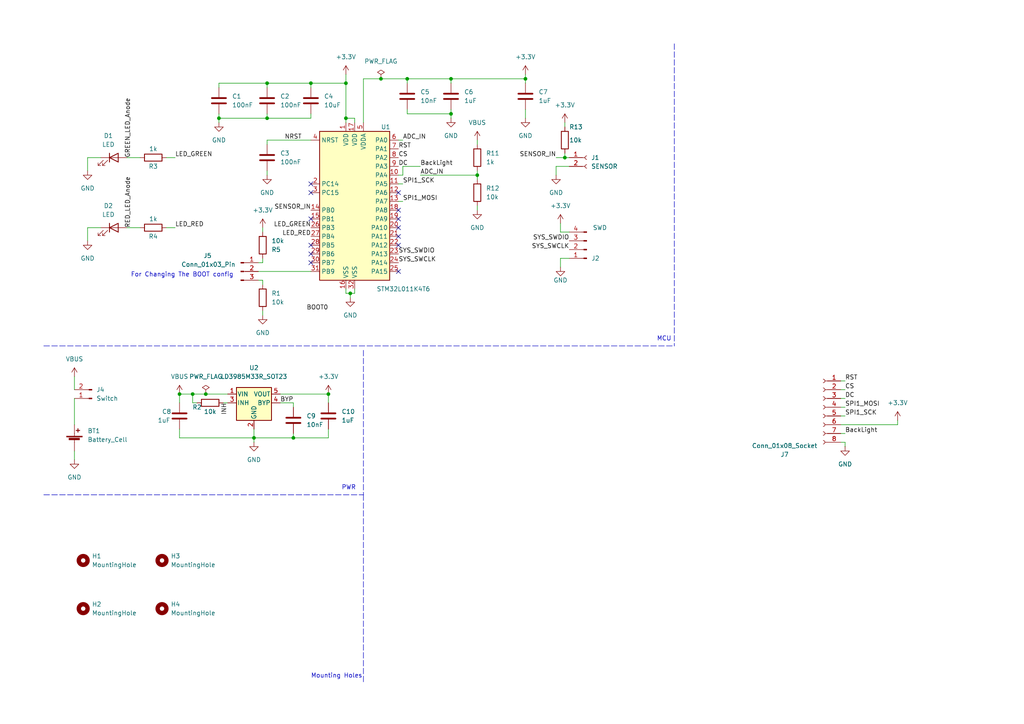
<source format=kicad_sch>
(kicad_sch (version 20231120) (generator "eeschema") (generator_version "8.0")
  (paper "A4")
  (lib_symbols
    (symbol "+3.3V_1" (power) (pin_numbers hide) (pin_names (offset 0) hide)
      (property "Value" "+3.3V" (at 0 3.556 0))
      (symbol "+3.3V_1_0_1"
        (polyline (pts (xy -0.762 1.27) (xy 0 2.54)))
        (polyline (pts (xy 0 0) (xy 0 2.54)))
        (polyline (pts (xy 0 2.54) (xy 0.762 1.27)))
      )
      (symbol "+3.3V_1_1_1"
        (pin power_in line (at 0 0 90) (length 0) (name "~") (number "1"))
      )
    )
    (symbol "Connector:Conn_01x02_Female" (pin_names (offset 1.016) hide)
      (property "Reference" "J" (at 0 2.54 0))
      (property "Value" "Conn_01x02_Female" (at 0 -5.08 0))
      (symbol "Conn_01x02_Female_1_1"
        (arc (start 0 -2.032) (mid -0.5058 -2.54) (end 0 -3.048) (stroke (width 0.1524)))
        (polyline (pts (xy -1.27 -2.54) (xy -0.508 -2.54)) (stroke (width 0.1524)))
        (polyline (pts (xy -1.27 0) (xy -0.508 0)) (stroke (width 0.1524)))
        (arc (start 0 0.508) (mid -0.5058 0) (end 0 -0.508) (stroke (width 0.1524)))
        (pin passive line (at -5.08 0 0) (length 3.81) (name "Pin_1") (number "1"))
        (pin passive line (at -5.08 -2.54 0) (length 3.81) (name "Pin_2") (number "2"))
      )
    )
    (symbol "Connector:Conn_01x02_Male" (pin_names (offset 1.016) hide)
      (property "Reference" "J" (at 0 2.54 0))
      (property "Value" "Conn_01x02_Male" (at 0 -5.08 0))
      (symbol "Conn_01x02_Male_1_1"
        (polyline (pts (xy 1.27 -2.54) (xy 0.8636 -2.54)) (stroke (width 0.1524)))
        (polyline (pts (xy 1.27 0) (xy 0.8636 0)) (stroke (width 0.1524)))
        (rectangle (start 0.8636 -2.413) (end 0 -2.667) (stroke (width 0.1524)) (fill (type outline)))
        (rectangle (start 0.8636 0.127) (end 0 -0.127) (stroke (width 0.1524)) (fill (type outline)))
        (pin passive line (at 5.08 0 180) (length 3.81) (name "Pin_1") (number "1"))
        (pin passive line (at 5.08 -2.54 180) (length 3.81) (name "Pin_2") (number "2"))
      )
    )
    (symbol "Connector:Conn_01x03_Pin" (pin_names (offset 1.016) hide)
      (property "Reference" "J" (at 0 5.08 0))
      (property "Value" "Conn_01x03_Pin" (at 0 -5.08 0))
      (symbol "Conn_01x03_Pin_1_1"
        (polyline (pts (xy 1.27 -2.54) (xy 0.8636 -2.54)) (stroke (width 0.1524)))
        (polyline (pts (xy 1.27 0) (xy 0.8636 0)) (stroke (width 0.1524)))
        (polyline (pts (xy 1.27 2.54) (xy 0.8636 2.54)) (stroke (width 0.1524)))
        (rectangle (start 0.8636 -2.413) (end 0 -2.667) (stroke (width 0.1524)) (fill (type outline)))
        (rectangle (start 0.8636 0.127) (end 0 -0.127) (stroke (width 0.1524)) (fill (type outline)))
        (rectangle (start 0.8636 2.667) (end 0 2.413) (stroke (width 0.1524)) (fill (type outline)))
        (pin passive line (at 5.08 2.54 180) (length 3.81) (name "Pin_1") (number "1"))
        (pin passive line (at 5.08 0 180) (length 3.81) (name "Pin_2") (number "2"))
        (pin passive line (at 5.08 -2.54 180) (length 3.81) (name "Pin_3") (number "3"))
      )
    )
    (symbol "Connector:Conn_01x04_Male" (pin_names (offset 1.016) hide)
      (property "Reference" "J" (at 0 5.08 0))
      (property "Value" "Conn_01x04_Male" (at 0 -7.62 0))
      (symbol "Conn_01x04_Male_1_1"
        (polyline (pts (xy 1.27 -5.08) (xy 0.8636 -5.08)) (stroke (width 0.1524)))
        (polyline (pts (xy 1.27 -2.54) (xy 0.8636 -2.54)) (stroke (width 0.1524)))
        (polyline (pts (xy 1.27 0) (xy 0.8636 0)) (stroke (width 0.1524)))
        (polyline (pts (xy 1.27 2.54) (xy 0.8636 2.54)) (stroke (width 0.1524)))
        (rectangle (start 0.8636 -4.953) (end 0 -5.207) (stroke (width 0.1524)) (fill (type outline)))
        (rectangle (start 0.8636 -2.413) (end 0 -2.667) (stroke (width 0.1524)) (fill (type outline)))
        (rectangle (start 0.8636 0.127) (end 0 -0.127) (stroke (width 0.1524)) (fill (type outline)))
        (rectangle (start 0.8636 2.667) (end 0 2.413) (stroke (width 0.1524)) (fill (type outline)))
        (pin passive line (at 5.08 2.54 180) (length 3.81) (name "Pin_1") (number "1"))
        (pin passive line (at 5.08 0 180) (length 3.81) (name "Pin_2") (number "2"))
        (pin passive line (at 5.08 -2.54 180) (length 3.81) (name "Pin_3") (number "3"))
        (pin passive line (at 5.08 -5.08 180) (length 3.81) (name "Pin_4") (number "4"))
      )
    )
    (symbol "Connector:Conn_01x08_Socket" (pin_names (offset 1.016) hide)
      (property "Reference" "J" (at 0 10.16 0))
      (property "Value" "Conn_01x08_Socket" (at 0 -12.7 0))
      (symbol "Conn_01x08_Socket_1_1"
        (arc (start 0 -9.652) (mid -0.5058 -10.16) (end 0 -10.668) (stroke (width 0.1524)))
        (arc (start 0 -7.112) (mid -0.5058 -7.62) (end 0 -8.128) (stroke (width 0.1524)))
        (arc (start 0 -4.572) (mid -0.5058 -5.08) (end 0 -5.588) (stroke (width 0.1524)))
        (arc (start 0 -2.032) (mid -0.5058 -2.54) (end 0 -3.048) (stroke (width 0.1524)))
        (polyline (pts (xy -1.27 -10.16) (xy -0.508 -10.16)) (stroke (width 0.1524)))
        (polyline (pts (xy -1.27 -7.62) (xy -0.508 -7.62)) (stroke (width 0.1524)))
        (polyline (pts (xy -1.27 -5.08) (xy -0.508 -5.08)) (stroke (width 0.1524)))
        (polyline (pts (xy -1.27 -2.54) (xy -0.508 -2.54)) (stroke (width 0.1524)))
        (polyline (pts (xy -1.27 0) (xy -0.508 0)) (stroke (width 0.1524)))
        (polyline (pts (xy -1.27 2.54) (xy -0.508 2.54)) (stroke (width 0.1524)))
        (polyline (pts (xy -1.27 5.08) (xy -0.508 5.08)) (stroke (width 0.1524)))
        (polyline (pts (xy -1.27 7.62) (xy -0.508 7.62)) (stroke (width 0.1524)))
        (arc (start 0 0.508) (mid -0.5058 0) (end 0 -0.508) (stroke (width 0.1524)))
        (arc (start 0 3.048) (mid -0.5058 2.54) (end 0 2.032) (stroke (width 0.1524)))
        (arc (start 0 5.588) (mid -0.5058 5.08) (end 0 4.572) (stroke (width 0.1524)))
        (arc (start 0 8.128) (mid -0.5058 7.62) (end 0 7.112) (stroke (width 0.1524)))
        (pin passive line (at -5.08 7.62 0) (length 3.81) (name "Pin_1") (number "1"))
        (pin passive line (at -5.08 5.08 0) (length 3.81) (name "Pin_2") (number "2"))
        (pin passive line (at -5.08 2.54 0) (length 3.81) (name "Pin_3") (number "3"))
        (pin passive line (at -5.08 0 0) (length 3.81) (name "Pin_4") (number "4"))
        (pin passive line (at -5.08 -2.54 0) (length 3.81) (name "Pin_5") (number "5"))
        (pin passive line (at -5.08 -5.08 0) (length 3.81) (name "Pin_6") (number "6"))
        (pin passive line (at -5.08 -7.62 0) (length 3.81) (name "Pin_7") (number "7"))
        (pin passive line (at -5.08 -10.16 0) (length 3.81) (name "Pin_8") (number "8"))
      )
    )
    (symbol "Device:Battery_Cell" (pin_numbers hide) (pin_names (offset 0) hide)
      (property "Reference" "BT" (at 2.54 2.54 0))
      (property "Value" "Battery_Cell" (at 2.54 0 0))
      (symbol "Battery_Cell_0_1"
        (rectangle (start -2.286 1.778) (end 2.286 1.524) (fill (type outline)))
        (rectangle (start -1.5748 1.1938) (end 1.4732 0.6858) (fill (type outline)))
        (polyline (pts (xy 0 0.762) (xy 0 0)))
        (polyline (pts (xy 0 1.778) (xy 0 2.54)))
        (polyline (pts (xy 0.508 3.429) (xy 1.524 3.429)) (stroke (width 0.254)))
        (polyline (pts (xy 1.016 3.937) (xy 1.016 2.921)) (stroke (width 0.254)))
      )
      (symbol "Battery_Cell_1_1"
        (pin passive line (at 0 5.08 270) (length 2.54) (name "+") (number "1"))
        (pin passive line (at 0 -2.54 90) (length 2.54) (name "-") (number "2"))
      )
    )
    (symbol "Device:C" (pin_numbers hide) (pin_names (offset 0.254))
      (property "Reference" "C" (at 0.635 2.54 0))
      (property "Value" "C" (at 0.635 -2.54 0))
      (symbol "C_0_1"
        (polyline (pts (xy -2.032 -0.762) (xy 2.032 -0.762)) (stroke (width 0.508)))
        (polyline (pts (xy -2.032 0.762) (xy 2.032 0.762)) (stroke (width 0.508)))
      )
      (symbol "C_1_1"
        (pin passive line (at 0 3.81 270) (length 2.794) (name "~") (number "1"))
        (pin passive line (at 0 -3.81 90) (length 2.794) (name "~") (number "2"))
      )
    )
    (symbol "Device:LED" (pin_numbers hide) (pin_names (offset 1.016) hide)
      (property "Reference" "D" (at 0 2.54 0))
      (property "Value" "LED" (at 0 -2.54 0))
      (symbol "LED_0_1"
        (polyline (pts (xy -1.27 -1.27) (xy -1.27 1.27)) (stroke (width 0.254)))
        (polyline (pts (xy -1.27 0) (xy 1.27 0)))
        (polyline (pts (xy 1.27 -1.27) (xy 1.27 1.27) (xy -1.27 0) (xy 1.27 -1.27)) (stroke (width 0.254)))
        (polyline (pts (xy -3.048 -0.762) (xy -4.572 -2.286) (xy -3.81 -2.286) (xy -4.572 -2.286) (xy -4.572 -1.524)))
        (polyline (pts (xy -1.778 -0.762) (xy -3.302 -2.286) (xy -2.54 -2.286) (xy -3.302 -2.286) (xy -3.302 -1.524)))
      )
      (symbol "LED_1_1"
        (pin passive line (at -3.81 0 0) (length 2.54) (name "K") (number "1"))
        (pin passive line (at 3.81 0 180) (length 2.54) (name "A") (number "2"))
      )
    )
    (symbol "Device:R" (pin_numbers hide) (pin_names (offset 0))
      (property "Reference" "R" (at 2.032 0 90))
      (property "Value" "R" (at 0 0 90))
      (symbol "R_0_1"
        (rectangle (start -1.016 -2.54) (end 1.016 2.54) (stroke (width 0.254)))
      )
      (symbol "R_1_1"
        (pin passive line (at 0 3.81 270) (length 1.27) (name "~") (number "1"))
        (pin passive line (at 0 -3.81 90) (length 1.27) (name "~") (number "2"))
      )
    )
    (symbol "GND_1" (power) (pin_numbers hide) (pin_names (offset 0) hide)
      (property "Value" "GND" (at 0 -3.81 0))
      (symbol "GND_1_0_1"
        (polyline (pts (xy 0 0) (xy 0 -1.27) (xy 1.27 -1.27) (xy 0 -2.54) (xy -1.27 -1.27) (xy 0 -1.27)))
      )
      (symbol "GND_1_1_1"
        (pin power_in line (at 0 0 270) (length 0) (name "~") (number "1"))
      )
    )
    (symbol "MCU_ST_STM32L0:STM32L011K4Tx"
      (property "Reference" "U" (at -10.16 21.59 0))
      (property "Value" "STM32L011K4Tx" (at 5.08 21.59 0))
      (symbol "STM32L011K4Tx_0_1"
        (rectangle (start -10.16 -22.86) (end 10.16 20.32) (stroke (width 0.254)) (fill (type background)))
      )
      (symbol "STM32L011K4Tx_1_1"
        (pin power_in line (at -2.54 22.86 270) (length 2.54) (name "VDD") (number "1"))
        (pin bidirectional line (at 12.7 7.62 180) (length 2.54) (name "PA4") (number "10"))
        (pin bidirectional line (at 12.7 5.08 180) (length 2.54) (name "PA5") (number "11"))
        (pin bidirectional line (at 12.7 2.54 180) (length 2.54) (name "PA6") (number "12"))
        (pin bidirectional line (at 12.7 0 180) (length 2.54) (name "PA7") (number "13"))
        (pin bidirectional line (at -12.7 -2.54 0) (length 2.54) (name "PB0") (number "14"))
        (pin bidirectional line (at -12.7 -5.08 0) (length 2.54) (name "PB1") (number "15"))
        (pin power_in line (at -2.54 -25.4 90) (length 2.54) (name "VSS") (number "16"))
        (pin power_in line (at 0 22.86 270) (length 2.54) (name "VDD") (number "17"))
        (pin bidirectional line (at 12.7 -2.54 180) (length 2.54) (name "PA8") (number "18"))
        (pin bidirectional line (at 12.7 -5.08 180) (length 2.54) (name "PA9") (number "19"))
        (pin bidirectional line (at -12.7 5.08 0) (length 2.54) (name "PC14") (number "2"))
        (pin bidirectional line (at 12.7 -7.62 180) (length 2.54) (name "PA10") (number "20"))
        (pin bidirectional line (at 12.7 -10.16 180) (length 2.54) (name "PA11") (number "21"))
        (pin bidirectional line (at 12.7 -12.7 180) (length 2.54) (name "PA12") (number "22"))
        (pin bidirectional line (at 12.7 -15.24 180) (length 2.54) (name "PA13") (number "23"))
        (pin bidirectional line (at 12.7 -17.78 180) (length 2.54) (name "PA14") (number "24"))
        (pin bidirectional line (at 12.7 -20.32 180) (length 2.54) (name "PA15") (number "25"))
        (pin bidirectional line (at -12.7 -7.62 0) (length 2.54) (name "PB3") (number "26"))
        (pin bidirectional line (at -12.7 -10.16 0) (length 2.54) (name "PB4") (number "27"))
        (pin bidirectional line (at -12.7 -12.7 0) (length 2.54) (name "PB5") (number "28"))
        (pin bidirectional line (at -12.7 -15.24 0) (length 2.54) (name "PB6") (number "29"))
        (pin bidirectional line (at -12.7 2.54 0) (length 2.54) (name "PC15") (number "3"))
        (pin bidirectional line (at -12.7 -17.78 0) (length 2.54) (name "PB7") (number "30"))
        (pin bidirectional line (at -12.7 -20.32 0) (length 2.54) (name "PB9") (number "31"))
        (pin power_in line (at 0 -25.4 90) (length 2.54) (name "VSS") (number "32"))
        (pin input line (at -12.7 17.78 0) (length 2.54) (name "NRST") (number "4"))
        (pin power_in line (at 2.54 22.86 270) (length 2.54) (name "VDDA") (number "5"))
        (pin bidirectional line (at 12.7 17.78 180) (length 2.54) (name "PA0") (number "6"))
        (pin bidirectional line (at 12.7 15.24 180) (length 2.54) (name "PA1") (number "7"))
        (pin bidirectional line (at 12.7 12.7 180) (length 2.54) (name "PA2") (number "8"))
        (pin bidirectional line (at 12.7 10.16 180) (length 2.54) (name "PA3") (number "9"))
      )
    )
    (symbol "Mechanical:MountingHole" (pin_names (offset 1.016))
      (property "Reference" "H" (at 0 5.08 0))
      (property "Value" "MountingHole" (at 0 3.175 0))
      (symbol "MountingHole_0_1"
        (circle (center 0 0) (radius 1.27) (stroke (width 1.27)))
      )
    )
    (symbol "Regulator_Linear:LD3985M33R_SOT23" (pin_names (offset 0.254))
      (property "Reference" "U" (at -3.81 5.715 0))
      (property "Value" "LD3985M33R_SOT23" (at 0 5.715 0))
      (symbol "LD3985M33R_SOT23_0_1"
        (rectangle (start -5.08 4.445) (end 5.08 -5.08) (stroke (width 0.254)) (fill (type background)))
      )
      (symbol "LD3985M33R_SOT23_1_1"
        (pin power_in line (at -7.62 2.54 0) (length 2.54) (name "VIN") (number "1"))
        (pin power_in line (at 0 -7.62 90) (length 2.54) (name "GND") (number "2"))
        (pin input line (at -7.62 0 0) (length 2.54) (name "INH") (number "3"))
        (pin input line (at 7.62 0 180) (length 2.54) (name "BYP") (number "4"))
        (pin power_out line (at 7.62 2.54 180) (length 2.54) (name "VOUT") (number "5"))
      )
    )
    (symbol "power:+3.3V" (power) (pin_names (offset 0))
      (property "Value" "+3.3V" (at 0 3.556 0))
      (symbol "+3.3V_0_1"
        (polyline (pts (xy -0.762 1.27) (xy 0 2.54)))
        (polyline (pts (xy 0 0) (xy 0 2.54)))
        (polyline (pts (xy 0 2.54) (xy 0.762 1.27)))
      )
      (symbol "+3.3V_1_1"
        (pin power_in line (at 0 0 90) (length 0) hide (name "+3.3V") (number "1"))
      )
    )
    (symbol "power:GND" (power) (pin_names (offset 0))
      (property "Value" "GND" (at 0 -3.81 0))
      (symbol "GND_0_1"
        (polyline (pts (xy 0 0) (xy 0 -1.27) (xy 1.27 -1.27) (xy 0 -2.54) (xy -1.27 -1.27) (xy 0 -1.27)))
      )
      (symbol "GND_1_1"
        (pin power_in line (at 0 0 270) (length 0) hide (name "GND") (number "1"))
      )
    )
    (symbol "power:PWR_FLAG" (power) (pin_numbers hide) (pin_names (offset 0) hide)
      (property "Value" "PWR_FLAG" (at 0 3.81 0))
      (symbol "PWR_FLAG_0_0"
        (pin power_out line (at 0 0 90) (length 0) (name "pwr") (number "1"))
      )
      (symbol "PWR_FLAG_0_1"
        (polyline (pts (xy 0 0) (xy 0 1.27) (xy -1.016 1.905) (xy 0 2.54) (xy 1.016 1.905) (xy 0 1.27)))
      )
    )
    (symbol "power:VBUS" (power) (pin_names (offset 0))
      (property "Value" "VBUS" (at 0 3.81 0))
      (symbol "VBUS_0_1"
        (polyline (pts (xy -0.762 1.27) (xy 0 2.54)))
        (polyline (pts (xy 0 0) (xy 0 2.54)))
        (polyline (pts (xy 0 2.54) (xy 0.762 1.27)))
      )
      (symbol "VBUS_1_1"
        (pin power_in line (at 0 0 90) (length 0) hide (name "VBUS") (number "1"))
      )
    )
  )
  (junction (at 110.49 22.86))
  (junction (at 152.4 22.86))
  (junction (at 101.6 85.09))
  (junction (at 138.43 50.8))
  (junction (at 100.33 24.13))
  (junction (at 77.47 24.13))
  (junction (at 77.47 34.29))
  (junction (at 55.88 114.3))
  (junction (at 63.5 34.29))
  (junction (at 130.81 22.86))
  (junction (at 52.07 114.3))
  (junction (at 59.69 114.3))
  (junction (at 90.17 24.13))
  (junction (at 163.83 45.72))
  (junction (at 85.09 127))
  (junction (at 130.81 33.02))
  (junction (at 73.66 127))
  (junction (at 95.25 114.3))
  (junction (at 118.11 22.86))
  (junction (at 100.33 34.29))
  (no_connect (at 90.17 53.34))
  (no_connect (at 90.17 71.12))
  (no_connect (at 115.57 66.04))
  (no_connect (at 115.57 68.58))
  (no_connect (at 90.17 76.2))
  (no_connect (at 115.57 63.5))
  (no_connect (at 115.57 71.12))
  (no_connect (at 115.57 78.74))
  (no_connect (at 115.57 55.88))
  (no_connect (at 115.57 60.96))
  (no_connect (at 90.17 55.88))
  (no_connect (at 90.17 63.5))
  (no_connect (at 90.17 73.66))
  (polyline (pts (xy 105.41 101.6) (xy 105.41 143.51)) (stroke (width 0) (type dash)))
  (wire (pts (xy 85.09 125.73) (xy 85.09 127)))
  (wire (pts (xy 77.47 49.53) (xy 77.47 50.8)))
  (wire (pts (xy 118.11 22.86) (xy 118.11 24.13)))
  (wire (pts (xy 73.66 124.46) (xy 73.66 127)))
  (wire (pts (xy 100.33 21.59) (xy 100.33 24.13)))
  (wire (pts (xy 73.66 127) (xy 85.09 127)))
  (wire (pts (xy 90.17 33.02) (xy 90.17 34.29)))
  (wire (pts (xy 77.47 34.29) (xy 90.17 34.29)))
  (wire (pts (xy 100.33 34.29) (xy 100.33 35.56)))
  (wire (pts (xy 55.88 114.3) (xy 55.88 116.84)))
  (wire (pts (xy 130.81 31.75) (xy 130.81 33.02)))
  (wire (pts (xy 90.17 40.64) (xy 77.47 40.64)))
  (wire (pts (xy 138.43 50.8) (xy 138.43 52.07)))
  (wire (pts (xy 63.5 34.29) (xy 63.5 35.56)))
  (wire (pts (xy 100.33 83.82) (xy 100.33 85.09)))
  (wire (pts (xy 64.77 116.84) (xy 66.04 116.84)))
  (wire (pts (xy 163.83 45.72) (xy 165.1 45.72)))
  (wire (pts (xy 243.84 115.57) (xy 245.11 115.57)))
  (wire (pts (xy 161.29 45.72) (xy 163.83 45.72)))
  (wire (pts (xy 63.5 34.29) (xy 77.47 34.29)))
  (wire (pts (xy 76.2 81.28) (xy 74.93 81.28)))
  (wire (pts (xy 29.21 66.04) (xy 25.4 66.04)))
  (polyline (pts (xy 195.58 12.7) (xy 195.58 100.33)) (stroke (width 0) (type dash)))
  (wire (pts (xy 76.2 67.31) (xy 76.2 66.04)))
  (wire (pts (xy 116.84 48.26) (xy 116.84 50.8)))
  (wire (pts (xy 118.11 31.75) (xy 118.11 33.02)))
  (wire (pts (xy 243.84 120.65) (xy 245.11 120.65)))
  (wire (pts (xy 25.4 45.72) (xy 25.4 49.53)))
  (wire (pts (xy 116.84 53.34) (xy 115.57 53.34)))
  (wire (pts (xy 21.59 133.35) (xy 21.59 130.81)))
  (wire (pts (xy 77.47 24.13) (xy 90.17 24.13)))
  (wire (pts (xy 162.56 74.93) (xy 162.56 77.47)))
  (wire (pts (xy 77.47 40.64) (xy 77.47 41.91)))
  (wire (pts (xy 152.4 21.59) (xy 152.4 22.86)))
  (wire (pts (xy 59.69 114.3) (xy 66.04 114.3)))
  (wire (pts (xy 102.87 34.29) (xy 102.87 35.56)))
  (wire (pts (xy 138.43 59.69) (xy 138.43 60.96)))
  (wire (pts (xy 85.09 127) (xy 95.25 127)))
  (wire (pts (xy 74.93 78.74) (xy 90.17 78.74)))
  (wire (pts (xy 76.2 81.28) (xy 76.2 82.55)))
  (wire (pts (xy 243.84 123.19) (xy 260.35 123.19)))
  (wire (pts (xy 162.56 64.77) (xy 162.56 67.31)))
  (wire (pts (xy 243.84 113.03) (xy 245.11 113.03)))
  (wire (pts (xy 110.49 22.86) (xy 118.11 22.86)))
  (wire (pts (xy 243.84 128.27) (xy 245.11 128.27)))
  (wire (pts (xy 73.66 127) (xy 73.66 128.27)))
  (wire (pts (xy 77.47 24.13) (xy 77.47 25.4)))
  (wire (pts (xy 63.5 24.13) (xy 63.5 25.4)))
  (wire (pts (xy 63.5 33.02) (xy 63.5 34.29)))
  (wire (pts (xy 121.92 48.26) (xy 116.84 48.26)))
  (wire (pts (xy 100.33 24.13) (xy 100.33 34.29)))
  (wire (pts (xy 25.4 66.04) (xy 25.4 69.85)))
  (wire (pts (xy 101.6 85.09) (xy 102.87 85.09)))
  (wire (pts (xy 243.84 110.49) (xy 245.11 110.49)))
  (wire (pts (xy 52.07 114.3) (xy 55.88 114.3)))
  (wire (pts (xy 52.07 114.3) (xy 52.07 116.84)))
  (wire (pts (xy 50.8 45.72) (xy 48.26 45.72)))
  (wire (pts (xy 118.11 33.02) (xy 130.81 33.02)))
  (wire (pts (xy 21.59 109.22) (xy 21.59 113.03)))
  (polyline (pts (xy 12.7 143.51) (xy 105.41 143.51)) (stroke (width 0) (type dash)))
  (wire (pts (xy 152.4 22.86) (xy 152.4 24.13)))
  (wire (pts (xy 165.1 74.93) (xy 162.56 74.93)))
  (wire (pts (xy 95.25 124.46) (xy 95.25 127)))
  (wire (pts (xy 81.28 116.84) (xy 85.09 116.84)))
  (wire (pts (xy 100.33 85.09) (xy 101.6 85.09)))
  (wire (pts (xy 90.17 24.13) (xy 90.17 25.4)))
  (wire (pts (xy 76.2 76.2) (xy 76.2 74.93)))
  (wire (pts (xy 116.84 58.42) (xy 115.57 58.42)))
  (wire (pts (xy 260.35 121.92) (xy 260.35 123.19)))
  (wire (pts (xy 52.07 124.46) (xy 52.07 127)))
  (wire (pts (xy 63.5 24.13) (xy 77.47 24.13)))
  (wire (pts (xy 90.17 24.13) (xy 100.33 24.13)))
  (wire (pts (xy 163.83 35.56) (xy 163.83 36.83)))
  (wire (pts (xy 245.11 128.27) (xy 245.11 129.54)))
  (wire (pts (xy 116.84 50.8) (xy 115.57 50.8)))
  (wire (pts (xy 243.84 118.11) (xy 245.11 118.11)))
  (wire (pts (xy 163.83 44.45) (xy 163.83 45.72)))
  (wire (pts (xy 29.21 45.72) (xy 25.4 45.72)))
  (wire (pts (xy 118.11 22.86) (xy 130.81 22.86)))
  (wire (pts (xy 36.83 45.72) (xy 40.64 45.72)))
  (wire (pts (xy 130.81 22.86) (xy 130.81 24.13)))
  (wire (pts (xy 55.88 114.3) (xy 59.69 114.3)))
  (polyline (pts (xy 105.41 143.51) (xy 105.41 198.12)) (stroke (width 0) (type dash)))
  (wire (pts (xy 81.28 114.3) (xy 95.25 114.3)))
  (wire (pts (xy 85.09 116.84) (xy 85.09 118.11)))
  (wire (pts (xy 130.81 22.86) (xy 152.4 22.86)))
  (wire (pts (xy 57.15 116.84) (xy 55.88 116.84)))
  (wire (pts (xy 161.29 48.26) (xy 161.29 50.8)))
  (wire (pts (xy 21.59 115.57) (xy 21.59 123.19)))
  (wire (pts (xy 100.33 34.29) (xy 102.87 34.29)))
  (wire (pts (xy 101.6 85.09) (xy 101.6 86.36)))
  (wire (pts (xy 165.1 48.26) (xy 161.29 48.26)))
  (wire (pts (xy 36.83 66.04) (xy 40.64 66.04)))
  (wire (pts (xy 165.1 67.31) (xy 162.56 67.31)))
  (wire (pts (xy 50.8 66.04) (xy 48.26 66.04)))
  (wire (pts (xy 152.4 31.75) (xy 152.4 34.29)))
  (wire (pts (xy 138.43 49.53) (xy 138.43 50.8)))
  (wire (pts (xy 138.43 40.64) (xy 138.43 41.91)))
  (wire (pts (xy 76.2 76.2) (xy 74.93 76.2)))
  (wire (pts (xy 121.92 50.8) (xy 138.43 50.8)))
  (wire (pts (xy 77.47 33.02) (xy 77.47 34.29)))
  (polyline (pts (xy 12.7 100.33) (xy 195.58 100.33)) (stroke (width 0) (type dash)))
  (wire (pts (xy 76.2 90.17) (xy 76.2 91.44)))
  (wire (pts (xy 243.84 125.73) (xy 245.11 125.73)))
  (wire (pts (xy 116.84 40.64) (xy 115.57 40.64)))
  (wire (pts (xy 52.07 127) (xy 73.66 127)))
  (wire (pts (xy 95.25 114.3) (xy 95.25 116.84)))
  (wire (pts (xy 102.87 83.82) (xy 102.87 85.09)))
  (wire (pts (xy 105.41 22.86) (xy 110.49 22.86)))
  (wire (pts (xy 105.41 22.86) (xy 105.41 35.56)))
  (wire (pts (xy 130.81 33.02) (xy 130.81 34.29)))
  (text "PWR\n" (at 99.06 142.24 0) (effects (font (size 1.27 1.27)) (justify left bottom)))
  (text "MCU\n" (at 190.5 99.06 0) (effects (font (size 1.27 1.27)) (justify left bottom)))
  (text "For Changing The BOOT config" (at 52.832 79.756 0) (effects (font (size 1.27 1.27))))
  (text "Mounting Holes\n" (at 90.17 196.85 0) (effects (font (size 1.27 1.27)) (justify left bottom)))
  (label "ADC_IN" (at 121.92 50.8 0))
  (label "RST" (at 245.11 110.49 0))
  (label "SYS_SWDIO" (at 115.57 73.66 0))
  (label "SYS_SWCLK" (at 165.1 72.39 180))
  (label "SENSOR_IN" (at 90.17 60.96 180))
  (label "INH" (at 66.04 116.84 270))
  (label "SPI1_MOSI" (at 116.84 58.42 0))
  (label "LED_GREEN" (at 90.17 66.04 180))
  (label "GREEN_LED_Anode" (at 38.1 45.72 90))
  (label "BOOT0" (at 88.9 90.17 0))
  (label "SPI1_SCK" (at 116.84 53.34 0))
  (label "RST" (at 115.57 43.18 0))
  (label "SYS_SWCLK" (at 115.57 76.2 0))
  (label "DC" (at 245.11 115.57 0))
  (label "BackLight" (at 121.92 48.26 0))
  (label "LED_GREEN" (at 50.8 45.72 0))
  (label "SPI1_MOSI" (at 245.11 118.11 0))
  (label "SPI1_SCK" (at 245.11 120.65 0))
  (label "LED_RED" (at 50.8 66.04 0))
  (label "ADC_IN" (at 116.84 40.64 0))
  (label "SYS_SWDIO" (at 165.1 69.85 180))
  (label "NRST" (at 82.55 40.64 0))
  (label "SENSOR_IN" (at 161.29 45.72 180))
  (label "CS" (at 245.11 113.03 0))
  (label "LED_RED" (at 90.17 68.58 180))
  (label "RED_LED_Anode" (at 38.1 66.04 90))
  (label "BYP" (at 81.28 116.84 0))
  (label "DC" (at 115.57 48.26 0))
  (label "CS" (at 115.57 45.72 0))
  (label "BackLight" (at 245.11 125.73 0))
  (symbol (lib_id "power:GND") (at 21.59 133.35 0) (unit 1)
    (property "Reference" "#PWR0131" (effects (hide yes)))
    (property "Value" "GND" (at 21.59 138.43 0))
  )
  (symbol (lib_id "power:GND") (at 130.81 34.29 0) (unit 1)
    (property "Reference" "#PWR0101" (effects (hide yes)))
    (property "Value" "GND" (at 130.81 39.37 0))
  )
  (symbol (lib_id "power:VBUS") (at 52.07 114.3 0) (unit 1)
    (property "Reference" "#PWR0110" (effects (hide yes)))
    (property "Value" "VBUS" (at 52.07 109.22 0))
  )
  (symbol (lib_id "Device:R") (at 76.2 86.36 0) (unit 1)
    (property "Reference" "R1" (at 78.74 85.0899 0) (effects (justify left)))
    (property "Value" "10k" (at 78.74 87.6299 0) (effects (justify left)))
    (property "Footprint" "Resistor_SMD:R_0805_2012Metric" (effects (hide yes)))
  )
  (symbol (lib_id "power:PWR_FLAG") (at 59.69 114.3 0) (unit 1)
    (property "Reference" "#FLG0102" (effects (hide yes)))
    (property "Value" "PWR_FLAG" (at 59.69 109.22 0))
  )
  (symbol (lib_id "Device:C") (at 90.17 29.21 0) (unit 1)
    (property "Reference" "C4" (at 93.98 27.9399 0) (effects (justify left)))
    (property "Value" "10uF" (at 93.98 30.4799 0) (effects (justify left)))
    (property "Footprint" "Capacitor_SMD:C_0805_2012Metric" (effects (hide yes)))
  )
  (symbol (lib_id "power:GND") (at 25.4 49.53 0) (unit 1)
    (property "Reference" "#PWR0122" (effects (hide yes)))
    (property "Value" "GND" (at 25.4 54.61 0))
  )
  (symbol (lib_id "Connector:Conn_01x02_Male") (at 26.67 115.57 180) (unit 1)
    (property "Reference" "J4" (at 27.94 113.0299 0) (effects (justify right)))
    (property "Value" "Switch" (at 27.94 115.5699 0) (effects (justify right)))
    (property "Footprint" "Connector_PinHeader_2.54mm:PinHeader_1x02_P2.54mm_Vertical" (effects (hide yes)))
  )
  (symbol (lib_id "Device:C") (at 63.5 29.21 0) (unit 1)
    (property "Reference" "C1" (at 67.31 27.9399 0) (effects (justify left)))
    (property "Value" "100nF" (at 67.31 30.4799 0) (effects (justify left)))
    (property "Footprint" "Capacitor_SMD:C_0805_2012Metric" (effects (hide yes)))
  )
  (symbol (lib_id "power:+3.3V") (at 162.56 64.77 0) (unit 1)
    (property "Reference" "#PWR0130" (effects (hide yes)))
    (property "Value" "+3.3V" (at 162.56 59.69 0))
  )
  (symbol (lib_id "Mechanical:MountingHole") (at 46.99 176.53 0) (unit 1)
    (property "Reference" "H4" (at 49.53 175.2599 0) (effects (justify left)))
    (property "Value" "MountingHole" (at 49.53 177.7999 0) (effects (justify left)))
    (property "Footprint" "MountingHole:MountingHole_3.2mm_M3" (effects (hide yes)))
  )
  (symbol (lib_id "Connector:Conn_01x08_Socket") (at 238.76 118.11 0) (mirror y) (unit 1)
    (property "Reference" "J7" (at 227.584 131.826 0))
    (property "Value" "Conn_01x08_Socket" (at 227.584 129.286 0))
    (property "Footprint" "Connector_PinSocket_2.54mm:PinSocket_1x08_P2.54mm_Vertical" (effects (hide yes)))
    (property "Description" "Generic connector, single row, 01x08, script generated" (effects (hide yes)))
  )
  (symbol (lib_id "power:+3.3V") (at 100.33 21.59 0) (unit 1)
    (property "Reference" "#PWR0102" (effects (hide yes)))
    (property "Value" "+3.3V" (at 100.33 16.51 0))
  )
  (symbol (lib_id "Mechanical:MountingHole") (at 24.13 162.56 0) (unit 1)
    (property "Reference" "H1" (at 26.67 161.2899 0) (effects (justify left)))
    (property "Value" "MountingHole" (at 26.67 163.8299 0) (effects (justify left)))
    (property "Footprint" "MountingHole:MountingHole_3.2mm_M3" (effects (hide yes)))
  )
  (symbol (lib_id "Device:LED") (at 33.02 45.72 0) (unit 1)
    (property "Reference" "D1" (at 31.4325 39.37 0))
    (property "Value" "LED" (at 31.4325 41.91 0))
    (property "Footprint" "LED_THT:LED_D5.0mm" (effects (hide yes)))
  )
  (symbol (lib_id "Device:C") (at 52.07 120.65 0) (unit 1)
    (property "Reference" "C8" (at 46.99 119.38 0) (effects (justify left)))
    (property "Value" "1uF" (at 45.72 121.92 0) (effects (justify left)))
    (property "Footprint" "Capacitor_SMD:C_0805_2012Metric" (effects (hide yes)))
  )
  (symbol (lib_id "Device:R") (at 60.96 116.84 90) (unit 1)
    (property "Reference" "R2" (at 57.15 118.11 90))
    (property "Value" "10k" (at 60.96 119.38 90))
    (property "Footprint" "Resistor_SMD:R_0805_2012Metric" (effects (hide yes)))
  )
  (symbol (lib_id "power:GND") (at 63.5 35.56 0) (unit 1)
    (property "Reference" "#PWR0103" (effects (hide yes)))
    (property "Value" "GND" (at 63.5 40.64 0))
  )
  (symbol (lib_id "Mechanical:MountingHole") (at 46.99 162.56 0) (unit 1)
    (property "Reference" "H3" (at 49.53 161.2899 0) (effects (justify left)))
    (property "Value" "MountingHole" (at 49.53 163.8299 0) (effects (justify left)))
    (property "Footprint" "MountingHole:MountingHole_3.2mm_M3" (effects (hide yes)))
  )
  (symbol (lib_id "power:+3.3V") (at 76.2 66.04 0) (unit 1)
    (property "Reference" "#PWR01" (effects (hide yes)))
    (property "Value" "+3.3V" (at 76.2 60.96 0))
  )
  (symbol (lib_id "power:GND") (at 101.6 86.36 0) (unit 1)
    (property "Reference" "#PWR0105" (effects (hide yes)))
    (property "Value" "GND" (at 101.6 91.44 0))
  )
  (symbol (lib_id "Connector:Conn_01x03_Pin") (at 69.85 78.74 0) (unit 1)
    (property "Reference" "J5" (at 60.198 74.168 0))
    (property "Value" "Conn_01x03_Pin" (at 60.452 76.708 0))
    (property "Footprint" "Connector_PinHeader_2.54mm:PinHeader_1x03_P2.54mm_Vertical" (effects (hide yes)))
    (property "Description" "Generic connector, single row, 01x03, script generated" (effects (hide yes)))
  )
  (symbol (lib_id "Device:R") (at 163.83 40.64 0) (unit 1)
    (property "Reference" "R13" (at 165.1 36.83 0) (effects (justify left)))
    (property "Value" "10k" (at 165.1 40.64 0) (effects (justify left)))
    (property "Footprint" "Resistor_SMD:R_0805_2012Metric" (effects (hide yes)))
  )
  (symbol (lib_id "power:GND") (at 77.47 50.8 0) (unit 1)
    (property "Reference" "#PWR0106" (effects (hide yes)))
    (property "Value" "GND" (at 77.47 55.88 0))
  )
  (symbol (lib_id "Device:R") (at 44.45 66.04 90) (unit 1)
    (property "Reference" "R4" (at 44.45 68.58 90))
    (property "Value" "1k" (at 44.45 63.5 90))
    (property "Footprint" "Resistor_SMD:R_0805_2012Metric" (effects (hide yes)))
  )
  (symbol (lib_name "GND_1") (lib_id "power:GND") (at 245.11 129.54 0) (unit 1)
    (property "Reference" "#PWR02" (effects (hide yes)))
    (property "Value" "GND" (at 245.11 134.62 0))
    (property "Description" "Power symbol creates a global label with name \"GND\" , ground" (effects (hide yes)))
  )
  (symbol (lib_id "Device:LED") (at 33.02 66.04 0) (unit 1)
    (property "Reference" "D2" (at 31.4325 59.69 0))
    (property "Value" "LED" (at 31.4325 62.23 0))
    (property "Footprint" "LED_THT:LED_D5.0mm" (effects (hide yes)))
  )
  (symbol (lib_id "Device:C") (at 152.4 27.94 0) (unit 1)
    (property "Reference" "C7" (at 156.21 26.6699 0) (effects (justify left)))
    (property "Value" "1uF" (at 156.21 29.2099 0) (effects (justify left)))
    (property "Footprint" "Capacitor_SMD:C_0805_2012Metric" (effects (hide yes)))
  )
  (symbol (lib_id "Device:C") (at 95.25 120.65 0) (unit 1)
    (property "Reference" "C10" (at 99.06 119.3799 0) (effects (justify left)))
    (property "Value" "1uF" (at 99.06 121.9199 0) (effects (justify left)))
    (property "Footprint" "Capacitor_SMD:C_0805_2012Metric" (effects (hide yes)))
  )
  (symbol (lib_id "power:VBUS") (at 138.43 40.64 0) (unit 1)
    (property "Reference" "#PWR0123" (effects (hide yes)))
    (property "Value" "VBUS" (at 138.43 35.56 0))
  )
  (symbol (lib_id "power:GND") (at 73.66 128.27 0) (unit 1)
    (property "Reference" "#PWR0111" (effects (hide yes)))
    (property "Value" "GND" (at 73.66 133.35 0))
  )
  (symbol (lib_id "Connector:Conn_01x02_Female") (at 170.18 45.72 0) (unit 1)
    (property "Reference" "J1" (at 171.45 45.7199 0) (effects (justify left)))
    (property "Value" "SENSOR" (at 171.45 48.2599 0) (effects (justify left)))
    (property "Footprint" "Connector_JST:JST_EH_B2B-EH-A_1x02_P2.50mm_Vertical" (effects (hide yes)))
  )
  (symbol (lib_id "Device:C") (at 118.11 27.94 0) (unit 1)
    (property "Reference" "C5" (at 121.92 26.6699 0) (effects (justify left)))
    (property "Value" "10nF" (at 121.92 29.2099 0) (effects (justify left)))
    (property "Footprint" "Capacitor_SMD:C_0805_2012Metric" (effects (hide yes)))
  )
  (symbol (lib_id "Device:R") (at 138.43 55.88 0) (unit 1)
    (property "Reference" "R12" (at 140.97 54.6099 0) (effects (justify left)))
    (property "Value" "10k" (at 140.97 57.1499 0) (effects (justify left)))
    (property "Footprint" "Resistor_SMD:R_0805_2012Metric" (effects (hide yes)))
  )
  (symbol (lib_id "Mechanical:MountingHole") (at 24.13 176.53 0) (unit 1)
    (property "Reference" "H2" (at 26.67 175.2599 0) (effects (justify left)))
    (property "Value" "MountingHole" (at 26.67 177.7999 0) (effects (justify left)))
    (property "Footprint" "MountingHole:MountingHole_3.2mm_M3" (effects (hide yes)))
  )
  (symbol (lib_name "+3.3V_1") (lib_id "power:+3.3V") (at 260.35 121.92 0) (unit 1)
    (property "Reference" "#PWR03" (effects (hide yes)))
    (property "Value" "+3.3V" (at 260.35 116.84 0))
    (property "Description" "Power symbol creates a global label with name \"+3.3V\"" (effects (hide yes)))
  )
  (symbol (lib_id "Device:Battery_Cell") (at 21.59 128.27 0) (unit 1)
    (property "Reference" "BT1" (at 25.4 124.9679 0) (effects (justify left)))
    (property "Value" "Battery_Cell" (at 25.4 127.5079 0) (effects (justify left)))
    (property "Footprint" "Battery:BatteryHolder_MPD_BH-18650-PC2" (effects (hide yes)))
  )
  (symbol (lib_id "power:+3.3V") (at 95.25 114.3 0) (unit 1)
    (property "Reference" "#PWR0109" (effects (hide yes)))
    (property "Value" "+3.3V" (at 95.25 109.22 0))
  )
  (symbol (lib_id "power:GND") (at 25.4 69.85 0) (unit 1)
    (property "Reference" "#PWR0121" (effects (hide yes)))
    (property "Value" "GND" (at 25.4 74.93 0))
  )
  (symbol (lib_id "Device:C") (at 77.47 45.72 0) (unit 1)
    (property "Reference" "C3" (at 81.28 44.4499 0) (effects (justify left)))
    (property "Value" "100nF" (at 81.28 46.9899 0) (effects (justify left)))
    (property "Footprint" "Capacitor_SMD:C_0805_2012Metric" (effects (hide yes)))
  )
  (symbol (lib_id "Device:C") (at 77.47 29.21 0) (unit 1)
    (property "Reference" "C2" (at 81.28 27.9399 0) (effects (justify left)))
    (property "Value" "100nF" (at 81.28 30.4799 0) (effects (justify left)))
    (property "Footprint" "Capacitor_SMD:C_0805_2012Metric" (effects (hide yes)))
  )
  (symbol (lib_id "Connector:Conn_01x04_Male") (at 170.18 72.39 180) (unit 1)
    (property "Reference" "J2" (at 172.72 74.93 0))
    (property "Value" "SWD" (at 173.99 66.04 0))
    (property "Footprint" "Connector_PinHeader_2.54mm:PinHeader_1x04_P2.54mm_Vertical" (effects (hide yes)))
  )
  (symbol (lib_id "Device:R") (at 76.2 71.12 0) (mirror x) (unit 1)
    (property "Reference" "R5" (at 78.74 72.3901 0) (effects (justify left)))
    (property "Value" "10k" (at 78.74 69.8501 0) (effects (justify left)))
    (property "Footprint" "Resistor_SMD:R_0805_2012Metric" (effects (hide yes)))
  )
  (symbol (lib_id "power:+3.3V") (at 163.83 35.56 0) (unit 1)
    (property "Reference" "#PWR0124" (effects (hide yes)))
    (property "Value" "+3.3V" (at 163.83 30.48 0))
  )
  (symbol (lib_id "Regulator_Linear:LD3985M33R_SOT23") (at 73.66 116.84 0) (unit 1)
    (property "Reference" "U2" (at 73.66 106.68 0))
    (property "Value" "LD3985M33R_SOT23" (at 73.66 109.22 0))
    (property "Footprint" "Package_TO_SOT_SMD:SOT-23-5" (effects (hide yes)))
    (property "Datasheet" "http://www.st.com/internet/com/TECHNICAL_RESOURCES/TECHNICAL_LITERATURE/DATASHEET/CD00003395.pdf" (effects (hide yes)))
  )
  (symbol (lib_id "Device:R") (at 138.43 45.72 0) (unit 1)
    (property "Reference" "R11" (at 140.97 44.4499 0) (effects (justify left)))
    (property "Value" "1k" (at 140.97 46.9899 0) (effects (justify left)))
    (property "Footprint" "Resistor_SMD:R_0805_2012Metric" (effects (hide yes)))
  )
  (symbol (lib_id "power:PWR_FLAG") (at 110.49 22.86 0) (unit 1)
    (property "Reference" "#FLG0101" (effects (hide yes)))
    (property "Value" "PWR_FLAG" (at 110.49 17.78 0))
  )
  (symbol (lib_id "Device:R") (at 44.45 45.72 90) (unit 1)
    (property "Reference" "R3" (at 44.45 48.26 90))
    (property "Value" "1k" (at 44.45 43.18 90))
    (property "Footprint" "Resistor_SMD:R_0805_2012Metric" (effects (hide yes)))
  )
  (symbol (lib_id "power:GND") (at 76.2 91.44 0) (unit 1)
    (property "Reference" "#PWR0104" (effects (hide yes)))
    (property "Value" "GND" (at 76.2 96.52 0))
  )
  (symbol (lib_id "Device:C") (at 85.09 121.92 0) (unit 1)
    (property "Reference" "C9" (at 88.9 120.6499 0) (effects (justify left)))
    (property "Value" "10nF" (at 88.9 123.1899 0) (effects (justify left)))
    (property "Footprint" "Capacitor_SMD:C_0805_2012Metric" (effects (hide yes)))
  )
  (symbol (lib_id "power:VBUS") (at 21.59 109.22 0) (unit 1)
    (property "Reference" "#PWR0132" (effects (hide yes)))
    (property "Value" "VBUS" (at 21.59 104.14 0))
  )
  (symbol (lib_id "power:GND") (at 152.4 34.29 0) (unit 1)
    (property "Reference" "#PWR0108" (effects (hide yes)))
    (property "Value" "GND" (at 152.4 39.37 0))
  )
  (symbol (lib_id "power:GND") (at 161.29 50.8 0) (unit 1)
    (property "Reference" "#PWR0127" (effects (hide yes)))
    (property "Value" "GND" (at 161.29 55.88 0))
  )
  (symbol (lib_id "power:GND") (at 162.56 77.47 0) (unit 1)
    (property "Reference" "#PWR0128" (effects (hide yes)))
    (property "Value" "GND" (at 162.56 81.28 0))
  )
  (symbol (lib_id "power:GND") (at 138.43 60.96 0) (unit 1)
    (property "Reference" "#PWR0126" (effects (hide yes)))
    (property "Value" "GND" (at 138.43 66.04 0))
  )
  (symbol (lib_id "Device:C") (at 130.81 27.94 0) (unit 1)
    (property "Reference" "C6" (at 134.62 26.6699 0) (effects (justify left)))
    (property "Value" "1uF" (at 134.62 29.2099 0) (effects (justify left)))
    (property "Footprint" "Capacitor_SMD:C_0805_2012Metric" (effects (hide yes)))
  )
  (symbol (lib_id "power:+3.3V") (at 152.4 21.59 0) (unit 1)
    (property "Reference" "#PWR0107" (effects (hide yes)))
    (property "Value" "+3.3V" (at 152.4 16.51 0))
  )
  (symbol (lib_id "MCU_ST_STM32L0:STM32L011K4Tx") (at 102.87 58.42 0) (unit 1)
    (property "Reference" "U1" (at 110.49 36.83 0) (effects (justify left)))
    (property "Value" "STM32L011K4T6" (at 109.22 83.82 0) (effects (justify left)))
    (property "Footprint" "Package_QFP:LQFP-32_7x7mm_P0.8mm" (effects (hide yes)))
    (property "Datasheet" "http://www.st.com/st-web-ui/static/active/en/resource/technical/document/datasheet/DM00206508.pdf" (effects (hide yes)))
  )
)
</source>
